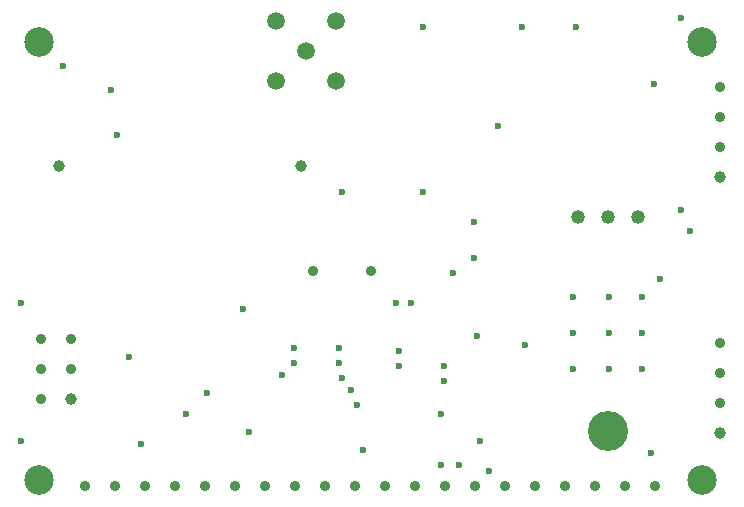
<source format=gbr>
G04 Generated by Ultiboard 13.0 *
%FSLAX24Y24*%
%MOIN*%

%ADD11C,0.0236*%
%ADD12C,0.0350*%
%ADD13C,0.0392*%
%ADD14C,0.0595*%
%ADD15C,0.0394*%
%ADD16C,0.0984*%
%ADD17C,0.0467*%
%ADD18C,0.1339*%


G04 ColorRGB 000000 for the following layer *
%LNDrill-Copper Top-Copper Bottom*%
%LPD*%
G54D11*
X13800Y7100D03*
X13400Y5000D03*
X13400Y5500D03*
X14900Y5000D03*
X4400Y5300D03*
X16400Y1500D03*
X9900Y5100D03*
X9900Y5600D03*
X4000Y12700D03*
X3800Y14200D03*
X14800Y3400D03*
X14900Y4500D03*
X9500Y4700D03*
X16700Y13000D03*
X19300Y16300D03*
X22100Y7900D03*
X21900Y14400D03*
X22800Y10200D03*
X11800Y4200D03*
X11400Y5600D03*
X11400Y5100D03*
X11500Y4600D03*
X7000Y4100D03*
X12000Y3700D03*
X13300Y7100D03*
X15200Y8100D03*
X16100Y2500D03*
X14800Y1700D03*
X15400Y1700D03*
X12200Y2200D03*
X21800Y2100D03*
X14200Y16300D03*
X17500Y16300D03*
X14200Y10800D03*
X23100Y9500D03*
X20400Y6100D03*
X17600Y5700D03*
X16000Y6000D03*
X15900Y9800D03*
X15900Y8600D03*
X8400Y2800D03*
X4800Y2400D03*
X6300Y3400D03*
X800Y7100D03*
X800Y2500D03*
X11500Y10800D03*
X2200Y15000D03*
X8200Y6900D03*
X20400Y4900D03*
X19200Y7300D03*
X21500Y7300D03*
X20400Y7300D03*
X19200Y6100D03*
X21500Y6100D03*
X21500Y4900D03*
X19200Y4900D03*
X22800Y16600D03*
G54D12*
X10941Y984D03*
X13941Y984D03*
X14941Y984D03*
X20941Y984D03*
X21941Y984D03*
X17941Y984D03*
X19941Y984D03*
X18941Y984D03*
X15941Y984D03*
X16941Y984D03*
X12941Y984D03*
X11941Y984D03*
X9941Y984D03*
X8941Y984D03*
X4941Y984D03*
X6941Y984D03*
X7941Y984D03*
X5941Y984D03*
X3941Y984D03*
X2941Y984D03*
X12450Y8150D03*
X10533Y8150D03*
X24100Y13300D03*
X24100Y12300D03*
X24100Y14300D03*
X2450Y4900D03*
X1450Y3900D03*
X2450Y5900D03*
X1450Y4900D03*
X1450Y5900D03*
X24100Y4750D03*
X24100Y3750D03*
X24100Y5750D03*
G54D13*
X24100Y11300D03*
X2450Y3900D03*
X24100Y2750D03*
G54D14*
X10300Y15500D03*
X9300Y16500D03*
X11300Y16500D03*
X9300Y14500D03*
X11300Y14500D03*
G54D15*
X2065Y11650D03*
X10135Y11650D03*
G54D16*
X1378Y1181D03*
X23504Y1181D03*
X23504Y15787D03*
X1378Y15787D03*
G54D17*
X20360Y9968D03*
X19360Y9968D03*
X21360Y9968D03*
G54D18*
X20360Y2818D03*

M02*

</source>
